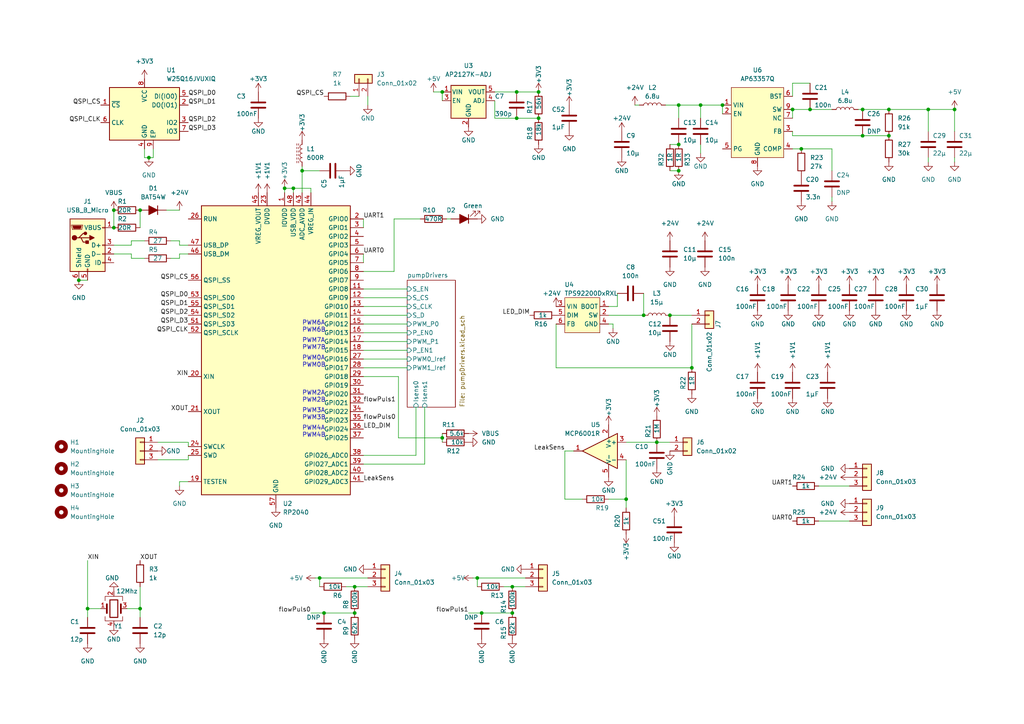
<source format=kicad_sch>
(kicad_sch (version 20211123) (generator eeschema)
  (paper "A4")
  (junction (at 194.31 91.44))
  (junction (at 200.66 106.68))
  (junction (at 93.98 177.8))
  (junction (at 234.95 31.75))
  (junction (at 203.2 30.48))
  (junction (at 196.85 41.91))
  (junction (at 209.55 30.48))
  (junction (at 229.87 31.75))
  (junction (at 196.85 49.53))
  (junction (at 250.19 31.75))
  (junction (at 190.5 128.27))
  (junction (at 156.21 26.67))
  (junction (at 148.59 170.18))
  (junction (at 276.86 31.75))
  (junction (at 40.64 60.96))
  (junction (at 40.64 176.53))
  (junction (at 138.43 167.64))
  (junction (at 22.86 81.28))
  (junction (at 33.02 66.04))
  (junction (at 181.61 144.78))
  (junction (at 156.21 34.29))
  (junction (at 82.55 54.61))
  (junction (at 87.63 49.53))
  (junction (at 196.85 30.48))
  (junction (at 148.59 177.8))
  (junction (at 257.81 31.75))
  (junction (at 33.02 60.96))
  (junction (at 269.24 31.75))
  (junction (at 43.18 45.72))
  (junction (at 102.87 170.18))
  (junction (at 232.41 43.18))
  (junction (at 85.09 54.61))
  (junction (at 128.27 26.67))
  (junction (at 257.81 39.37))
  (junction (at 128.27 127))
  (junction (at 25.4 176.53))
  (junction (at 250.19 39.37))
  (junction (at 149.86 34.29))
  (junction (at 186.69 91.44))
  (junction (at 102.87 177.8))
  (junction (at 92.71 167.64))
  (junction (at 149.86 26.67))
  (junction (at 139.7 177.8))
  (wire (pts (xy 248.92 31.75) (xy 250.19 31.75)))
  (wire (pts (xy 232.41 43.18) (xy 229.87 43.18)))
  (wire (pts (xy 177.8 95.25) (xy 177.8 93.98)))
  (wire (pts (xy 41.91 69.85) (xy 38.1 69.85)))
  (wire (pts (xy 203.2 30.48) (xy 209.55 30.48)))
  (wire (pts (xy 87.63 49.53) (xy 92.71 49.53)))
  (wire (pts (xy 186.69 85.09) (xy 186.69 91.44)))
  (wire (pts (xy 138.43 167.64) (xy 152.4 167.64)))
  (wire (pts (xy 105.41 104.14) (xy 118.11 104.14)))
  (wire (pts (xy 276.86 38.1) (xy 276.86 31.75)))
  (wire (pts (xy 48.26 60.96) (xy 52.07 60.96)))
  (wire (pts (xy 106.68 27.94) (xy 106.68 30.48)))
  (wire (pts (xy 128.27 26.67) (xy 128.27 29.21)))
  (wire (pts (xy 179.07 85.09) (xy 179.07 88.9)))
  (wire (pts (xy 105.41 106.68) (xy 118.11 106.68)))
  (wire (pts (xy 176.53 91.44) (xy 186.69 91.44)))
  (wire (pts (xy 276.86 46.99) (xy 276.86 45.72)))
  (wire (pts (xy 105.41 86.36) (xy 118.11 86.36)))
  (wire (pts (xy 139.7 177.8) (xy 148.59 177.8)))
  (wire (pts (xy 203.2 34.29) (xy 203.2 30.48)))
  (wire (pts (xy 100.33 170.18) (xy 102.87 170.18)))
  (wire (pts (xy 161.29 106.68) (xy 200.66 106.68)))
  (wire (pts (xy 105.41 63.5) (xy 105.41 66.04)))
  (wire (pts (xy 54.61 71.12) (xy 52.07 71.12)))
  (wire (pts (xy 105.41 99.06) (xy 118.11 99.06)))
  (wire (pts (xy 203.2 44.45) (xy 203.2 41.91)))
  (wire (pts (xy 177.8 93.98) (xy 176.53 93.98)))
  (wire (pts (xy 49.53 74.93) (xy 52.07 74.93)))
  (wire (pts (xy 115.57 109.22) (xy 115.57 127)))
  (wire (pts (xy 209.55 30.48) (xy 209.55 33.02)))
  (wire (pts (xy 137.16 167.64) (xy 138.43 167.64)))
  (wire (pts (xy 38.1 74.93) (xy 41.91 74.93)))
  (wire (pts (xy 105.41 109.22) (xy 115.57 109.22)))
  (wire (pts (xy 85.09 54.61) (xy 85.09 55.88)))
  (wire (pts (xy 123.19 134.62) (xy 123.19 118.11)))
  (wire (pts (xy 105.41 134.62) (xy 123.19 134.62)))
  (wire (pts (xy 120.65 132.08) (xy 120.65 118.11)))
  (wire (pts (xy 25.4 179.07) (xy 25.4 176.53)))
  (wire (pts (xy 22.86 81.28) (xy 25.4 81.28)))
  (wire (pts (xy 196.85 34.29) (xy 196.85 30.48)))
  (wire (pts (xy 269.24 46.99) (xy 269.24 45.72)))
  (wire (pts (xy 52.07 73.66) (xy 54.61 73.66)))
  (wire (pts (xy 190.5 128.27) (xy 194.31 128.27)))
  (wire (pts (xy 138.43 167.64) (xy 138.43 170.18)))
  (wire (pts (xy 229.87 27.94) (xy 229.87 24.13)))
  (wire (pts (xy 93.98 177.8) (xy 102.87 177.8)))
  (wire (pts (xy 92.71 167.64) (xy 106.68 167.64)))
  (wire (pts (xy 105.41 96.52) (xy 118.11 96.52)))
  (wire (pts (xy 250.19 31.75) (xy 257.81 31.75)))
  (wire (pts (xy 194.31 41.91) (xy 196.85 41.91)))
  (wire (pts (xy 193.04 30.48) (xy 196.85 30.48)))
  (wire (pts (xy 105.41 73.66) (xy 105.41 76.2)))
  (wire (pts (xy 143.51 29.21) (xy 143.51 34.29)))
  (wire (pts (xy 149.86 34.29) (xy 156.21 34.29)))
  (wire (pts (xy 128.27 125.73) (xy 128.27 127)))
  (wire (pts (xy 102.87 170.18) (xy 106.68 170.18)))
  (wire (pts (xy 40.64 60.96) (xy 40.64 66.04)))
  (wire (pts (xy 184.15 30.48) (xy 185.42 30.48)))
  (wire (pts (xy 129.54 63.5) (xy 130.81 63.5)))
  (wire (pts (xy 87.63 49.53) (xy 87.63 55.88)))
  (wire (pts (xy 135.89 177.8) (xy 139.7 177.8)))
  (wire (pts (xy 54.61 129.54) (xy 54.61 128.27)))
  (wire (pts (xy 115.57 127) (xy 128.27 127)))
  (wire (pts (xy 143.51 26.67) (xy 149.86 26.67)))
  (wire (pts (xy 38.1 69.85) (xy 38.1 71.12)))
  (wire (pts (xy 40.64 176.53) (xy 40.64 179.07)))
  (wire (pts (xy 52.07 140.97) (xy 52.07 139.7)))
  (wire (pts (xy 229.87 39.37) (xy 250.19 39.37)))
  (wire (pts (xy 90.17 54.61) (xy 90.17 55.88)))
  (wire (pts (xy 276.86 31.75) (xy 269.24 31.75)))
  (wire (pts (xy 85.09 54.61) (xy 90.17 54.61)))
  (wire (pts (xy 52.07 74.93) (xy 52.07 73.66)))
  (wire (pts (xy 125.73 26.67) (xy 128.27 26.67)))
  (wire (pts (xy 146.05 170.18) (xy 148.59 170.18)))
  (wire (pts (xy 90.17 177.8) (xy 93.98 177.8)))
  (wire (pts (xy 229.87 24.13) (xy 234.95 24.13)))
  (wire (pts (xy 87.63 48.26) (xy 87.63 49.53)))
  (wire (pts (xy 163.83 130.81) (xy 166.37 130.81)))
  (wire (pts (xy 181.61 144.78) (xy 181.61 147.32)))
  (wire (pts (xy 41.91 45.72) (xy 43.18 45.72)))
  (wire (pts (xy 105.41 83.82) (xy 118.11 83.82)))
  (wire (pts (xy 105.41 88.9) (xy 118.11 88.9)))
  (wire (pts (xy 148.59 170.18) (xy 152.4 170.18)))
  (wire (pts (xy 82.55 54.61) (xy 82.55 55.88)))
  (wire (pts (xy 41.91 43.18) (xy 41.91 45.72)))
  (wire (pts (xy 45.72 133.35) (xy 54.61 133.35)))
  (wire (pts (xy 82.55 54.61) (xy 85.09 54.61)))
  (wire (pts (xy 105.41 101.6) (xy 118.11 101.6)))
  (wire (pts (xy 241.3 58.42) (xy 241.3 57.15)))
  (wire (pts (xy 52.07 69.85) (xy 49.53 69.85)))
  (wire (pts (xy 114.3 63.5) (xy 121.92 63.5)))
  (wire (pts (xy 269.24 31.75) (xy 269.24 38.1)))
  (wire (pts (xy 149.86 26.67) (xy 156.21 26.67)))
  (wire (pts (xy 44.45 45.72) (xy 44.45 43.18)))
  (wire (pts (xy 200.66 93.98) (xy 200.66 106.68)))
  (wire (pts (xy 229.87 38.1) (xy 229.87 39.37)))
  (wire (pts (xy 54.61 133.35) (xy 54.61 132.08)))
  (wire (pts (xy 33.02 66.04) (xy 33.02 60.96)))
  (wire (pts (xy 179.07 88.9) (xy 176.53 88.9)))
  (wire (pts (xy 52.07 71.12) (xy 52.07 69.85)))
  (wire (pts (xy 40.64 170.18) (xy 40.64 176.53)))
  (wire (pts (xy 194.31 91.44) (xy 200.66 91.44)))
  (wire (pts (xy 36.83 176.53) (xy 40.64 176.53)))
  (wire (pts (xy 91.44 167.64) (xy 92.71 167.64)))
  (wire (pts (xy 196.85 30.48) (xy 203.2 30.48)))
  (wire (pts (xy 241.3 43.18) (xy 232.41 43.18)))
  (wire (pts (xy 25.4 176.53) (xy 29.21 176.53)))
  (wire (pts (xy 168.91 144.78) (xy 163.83 144.78)))
  (wire (pts (xy 181.61 133.35) (xy 181.61 144.78)))
  (wire (pts (xy 92.71 167.64) (xy 92.71 170.18)))
  (wire (pts (xy 241.3 49.53) (xy 241.3 43.18)))
  (wire (pts (xy 194.31 49.53) (xy 196.85 49.53)))
  (wire (pts (xy 176.53 144.78) (xy 181.61 144.78)))
  (wire (pts (xy 234.95 31.75) (xy 241.3 31.75)))
  (wire (pts (xy 105.41 91.44) (xy 118.11 91.44)))
  (wire (pts (xy 250.19 39.37) (xy 257.81 39.37)))
  (wire (pts (xy 105.41 132.08) (xy 120.65 132.08)))
  (wire (pts (xy 229.87 34.29) (xy 229.87 31.75)))
  (wire (pts (xy 143.51 34.29) (xy 149.86 34.29)))
  (wire (pts (xy 181.61 128.27) (xy 190.5 128.27)))
  (wire (pts (xy 128.27 127) (xy 128.27 128.27)))
  (wire (pts (xy 229.87 31.75) (xy 234.95 31.75)))
  (wire (pts (xy 38.1 73.66) (xy 38.1 74.93)))
  (wire (pts (xy 257.81 31.75) (xy 269.24 31.75)))
  (wire (pts (xy 54.61 128.27) (xy 45.72 128.27)))
  (wire (pts (xy 105.41 78.74) (xy 114.3 78.74)))
  (wire (pts (xy 52.07 139.7) (xy 54.61 139.7)))
  (wire (pts (xy 33.02 73.66) (xy 38.1 73.66)))
  (wire (pts (xy 114.3 63.5) (xy 114.3 78.74)))
  (wire (pts (xy 38.1 71.12) (xy 33.02 71.12)))
  (wire (pts (xy 43.18 45.72) (xy 44.45 45.72)))
  (wire (pts (xy 163.83 144.78) (xy 163.83 130.81)))
  (wire (pts (xy 101.6 27.94) (xy 104.14 27.94)))
  (wire (pts (xy 105.41 93.98) (xy 118.11 93.98)))
  (wire (pts (xy 237.49 151.13) (xy 246.38 151.13)))
  (wire (pts (xy 161.29 93.98) (xy 161.29 106.68)))
  (wire (pts (xy 237.49 140.97) (xy 246.38 140.97)))
  (wire (pts (xy 25.4 162.56) (xy 25.4 176.53)))
  (text "PWM3A\nPWM3B" (at 87.63 121.92 0) (effects (font (size 1.27 1.27)) (justify left bottom)))
  (text "PWM6A\nPWM6B" (at 87.63 96.52 0) (effects (font (size 1.27 1.27)) (justify left bottom)))
  (text "PWM7A\nPWM7B" (at 87.63 101.6 0) (effects (font (size 1.27 1.27)) (justify left bottom)))
  (text "PWM0A\nPWM0B" (at 87.63 106.68 0) (effects (font (size 1.27 1.27)) (justify left bottom)))
  (text "PWM4A\nPWM4B" (at 87.63 127 0) (effects (font (size 1.27 1.27)) (justify left bottom)))
  (text "PWM2A\nPWM2B" (at 87.63 116.84 0) (effects (font (size 1.27 1.27)) (justify left bottom)))
  (label "flowPuls1" (at 105.41 116.84 0))
  (label "QSPI_CS" (at 54.61 81.28 180))
  (label "XOUT" (at 54.61 119.38 180))
  (label "UART1" (at 105.41 63.5 0))
  (label "flowPuls0" (at 90.17 177.8 180))
  (label "XIN" (at 54.61 109.22 180))
  (label "UART1" (at 229.87 140.97 180))
  (label "QSPI_CS" (at 93.98 27.94 180))
  (label "flowPuls1" (at 135.89 177.8 180))
  (label "QSPI_D2" (at 54.61 91.44 180))
  (label "QSPI_D1" (at 54.61 88.9 180))
  (label "QSPI_CS" (at 29.21 30.48 180))
  (label "LED_DIM" (at 105.41 124.46 0))
  (label "QSPI_D0" (at 54.61 86.36 180))
  (label "QSPI_D3" (at 54.61 38.1 0))
  (label "QSPI_D2" (at 54.61 35.56 0))
  (label "QSPI_D1" (at 54.61 30.48 0))
  (label "QSPI_CLK" (at 54.61 96.52 180))
  (label "UART0" (at 229.87 151.13 180))
  (label "LeakSens" (at 105.41 139.7 0))
  (label "QSPI_D3" (at 54.61 93.98 180))
  (label "QSPI_CLK" (at 29.21 35.56 180))
  (label "LED_DIM" (at 153.67 91.44 180))
  (label "QSPI_D0" (at 54.61 27.94 0))
  (label "XOUT" (at 40.64 162.56 0))
  (label "XIN" (at 25.4 162.56 0))
  (label "UART0" (at 105.41 73.66 0))
  (label "flowPuls0" (at 105.41 121.92 0))
  (label "LeakSens" (at 163.83 130.81 180))
  (symbol (lib_id "Connector_Generic:Conn_01x02") (at 205.74 91.44 0) (unit 1)
    (property "Reference" "J7" (at 208.28 95.25 90) (effects (justify left)))
    (property "Value" "Conn_01x02" (at 205.74 107.95 90) (effects (justify left)))
    (property "Footprint" "Connector_JST:JST_EH_B2B-EH-A_1x02_P2.50mm_Vertical" (effects hide))
  )
  (symbol (lib_id "power:GND") (at 194.31 130.81 0) (unit 1)
    (property "Reference" "#PWR0109" (effects hide))
    (property "Value" "GND" (at 194.31 135.89 90))
  )
  (symbol (lib_id "Device:L") (at 245.11 31.75 90) (unit 1)
    (property "Reference" "L4" (at 245.11 26.67 90))
    (property "Value" "6.8u" (at 245.11 29.21 90))
    (property "Footprint" "Inductor_SMD:L_Taiyo-Yuden_NR-30xx" (effects hide))
    (property "HTN" "NR3015T6R8M" (effects hide))
  )
  (symbol (lib_id "power:GND") (at 93.98 185.42 0) (unit 1)
    (property "Reference" "#PWR0173" (effects hide))
    (property "Value" "GND" (at 93.98 190.5 90))
  )
  (symbol (lib_id "power:GND") (at 102.87 185.42 0) (unit 1)
    (property "Reference" "#PWR0179" (effects hide))
    (property "Value" "GND" (at 102.87 190.5 90))
  )
  (symbol (lib_id "power:GND") (at 257.81 46.99 0) (unit 1)
    (property "Reference" "#PWR0102" (effects hide))
    (property "Value" "GND" (at 257.81 52.07 0))
  )
  (symbol (lib_id "Device:C") (at 194.31 95.25 180) (unit 1)
    (property "Reference" "C12" (at 187.96 93.98 0) (effects (justify right)))
    (property "Value" "10µ" (at 187.96 96.52 0) (effects (justify right)))
    (property "Footprint" "Capacitor_SMD:C_1210_3225Metric" (effects hide))
    (property "Voltage" "50V" (effects hide))
  )
  (symbol (lib_id "power:+3V3") (at 156.21 26.67 0) (unit 1)
    (property "Reference" "#PWR0121" (effects hide))
    (property "Value" "+3V3" (at 156.21 21.59 90))
  )
  (symbol (lib_id "Connector_Generic:Conn_01x03") (at 251.46 138.43 0) (unit 1)
    (property "Reference" "J8" (at 254 137.1599 0) (effects (justify left)))
    (property "Value" "Conn_01x03" (at 254 139.6999 0) (effects (justify left)))
    (property "Footprint" "Connector_Molex:Molex_KK-254_AE-6410-03A_1x03_P2.54mm_Vertical" (effects hide))
  )
  (symbol (lib_id "power:GND") (at 177.8 95.25 0) (unit 1)
    (property "Reference" "#PWR0113" (effects hide))
    (property "Value" "GND" (at 177.8 99.06 0))
  )
  (symbol (lib_id "power:GND") (at 241.3 58.42 0) (unit 1)
    (property "Reference" "#PWR0154" (effects hide))
    (property "Value" "GND" (at 241.3 63.5 0))
  )
  (symbol (lib_id "power:+3V3") (at 176.53 123.19 0) (unit 1)
    (property "Reference" "#PWR0110" (effects hide))
    (property "Value" "+3V3" (at 176.53 118.11 90))
  )
  (symbol (lib_id "Device:Crystal_GND24") (at 33.02 176.53 0) (unit 1)
    (property "Reference" "Y1" (at 34.29 181.61 0))
    (property "Value" "12Mhz" (at 36.83 171.45 0))
    (property "Footprint" "Crystal:Crystal_SMD_2520-4Pin_2.5x2.0mm" (effects hide))
    (property "HTN" "ECS-120-12-36-AGN-TR3" (effects hide))
  )
  (symbol (lib_id "Device:C") (at 232.41 54.61 180) (unit 1)
    (property "Reference" "C20" (at 233.68 52.07 0) (effects (justify right)))
    (property "Value" "3.3n" (at 233.68 57.15 0) (effects (justify right)))
    (property "Footprint" "Capacitor_SMD:C_0603_1608Metric" (effects hide))
  )
  (symbol (lib_id "Device:R") (at 148.59 173.99 0) (unit 1)
    (property "Reference" "R14" (at 146.05 173.99 90) (effects (justify right)))
    (property "Value" "100k" (at 148.59 171.45 90) (effects (justify right)))
    (property "Footprint" "Resistor_SMD:R_0603_1608Metric" (effects hide))
  )
  (symbol (lib_id "power:GND") (at 194.31 99.06 0) (unit 1)
    (property "Reference" "#PWR0118" (effects hide))
    (property "Value" "GND" (at 194.31 102.87 0))
  )
  (symbol (lib_id "Device:C") (at 237.49 86.36 0) (unit 1)
    (property "Reference" "C22" (at 231.14 83.82 0) (effects (justify left)))
    (property "Value" "100nF" (at 231.14 88.9 0) (effects (justify left)))
    (property "Footprint" "Capacitor_SMD:C_0603_1608Metric" (effects hide))
  )
  (symbol (lib_id "power:+1V1") (at 77.47 55.88 0) (unit 1)
    (property "Reference" "#PWR0159" (effects hide))
    (property "Value" "+1V1" (at 77.47 49.53 90))
  )
  (symbol (lib_id "Connector_Generic:Conn_01x03") (at 251.46 148.59 0) (unit 1)
    (property "Reference" "J9" (at 254 147.3199 0) (effects (justify left)))
    (property "Value" "Conn_01x03" (at 254 149.8599 0) (effects (justify left)))
    (property "Footprint" "Connector_Molex:Molex_KK-254_AE-6410-03A_1x03_P2.54mm_Vertical" (effects hide))
  )
  (symbol (lib_id "power:GND") (at 246.38 90.17 0) (unit 1)
    (property "Reference" "#PWR0137" (effects hide))
    (property "Value" "GND" (at 246.38 93.98 0))
  )
  (symbol (lib_id "Device:R") (at 172.72 144.78 90) (unit 1)
    (property "Reference" "R19" (at 172.72 147.32 90) (effects (justify right)))
    (property "Value" "10k" (at 171.45 144.78 90) (effects (justify right)))
    (property "Footprint" "Resistor_SMD:R_0603_1608Metric" (effects hide))
  )
  (symbol (lib_id "power:+3V3") (at 228.6 82.55 0) (unit 1)
    (property "Reference" "#PWR0143" (effects hide))
    (property "Value" "+3V3" (at 228.6 78.74 0))
  )
  (symbol (lib_id "Device:D_Filled") (at 44.45 60.96 180) (unit 1)
    (property "Reference" "D1" (at 44.45 54.61 0))
    (property "Value" "BAT54W" (at 44.45 57.15 0))
    (property "Footprint" "Diode_SMD:D_SOD-323" (effects hide))
  )
  (symbol (lib_id "Device:R") (at 45.72 74.93 90) (unit 1)
    (property "Reference" "R5" (at 44.45 72.39 90))
    (property "Value" "27" (at 45.72 74.93 90))
    (property "Footprint" "Resistor_SMD:R_0603_1608Metric" (effects hide))
  )
  (symbol (lib_id "power:GND") (at 152.4 165.1 270) (unit 1)
    (property "Reference" "#PWR0105" (effects hide))
    (property "Value" "GND" (at 147.32 165.1 90))
  )
  (symbol (lib_id "power:GND") (at 40.64 186.69 0) (unit 1)
    (property "Reference" "#PWR0172" (effects hide))
    (property "Value" "GND" (at 40.64 191.77 0))
  )
  (symbol (lib_id "power:+1V1") (at 240.03 107.95 0) (unit 1)
    (property "Reference" "#PWR0147" (effects hide))
    (property "Value" "+1V1" (at 240.03 101.6 90))
  )
  (symbol (lib_id "Device:R") (at 102.87 173.99 0) (unit 1)
    (property "Reference" "R8" (at 100.33 173.99 90) (effects (justify right)))
    (property "Value" "100k" (at 102.87 171.45 90) (effects (justify right)))
    (property "Footprint" "Resistor_SMD:R_0603_1608Metric" (effects hide))
  )
  (symbol (lib_id "Device:R") (at 156.21 38.1 180) (unit 1)
    (property "Reference" "R18" (at 153.67 40.64 90) (effects (justify right)))
    (property "Value" "18k" (at 156.21 39.37 90) (effects (justify right)))
    (property "Footprint" "Resistor_SMD:R_0603_1608Metric" (effects hide))
  )
  (symbol (lib_id "Device:C") (at 25.4 182.88 0) (unit 1)
    (property "Reference" "C1" (at 20.32 180.34 0) (effects (justify left)))
    (property "Value" "12p" (at 20.32 185.42 0) (effects (justify left)))
    (property "Footprint" "Capacitor_SMD:C_0603_1608Metric" (effects hide))
  )
  (symbol (lib_id "power:GND") (at 25.4 186.69 0) (unit 1)
    (property "Reference" "#PWR0171" (effects hide))
    (property "Value" "GND" (at 25.4 191.77 0))
  )
  (symbol (lib_id "power:GND") (at 156.21 41.91 0) (unit 1)
    (property "Reference" "#PWR0125" (effects hide))
    (property "Value" "GND" (at 156.21 45.72 0))
  )
  (symbol (lib_id "Mechanical:MountingHole") (at 17.78 148.59 0) (unit 1)
    (property "Reference" "H4" (at 20.32 147.3199 0) (effects (justify left)))
    (property "Value" "MountingHole" (at 20.32 149.8599 0) (effects (justify left)))
    (property "Footprint" "MountingHole:MountingHole_3.2mm_M3_DIN965" (effects hide))
  )
  (symbol (lib_id "Device:R") (at 232.41 46.99 0) (unit 1)
    (property "Reference" "R23" (at 234.95 45.7199 0) (effects (justify left)))
    (property "Value" "27k" (at 234.95 48.2599 0) (effects (justify left)))
    (property "Footprint" "Resistor_SMD:R_0603_1608Metric" (effects hide))
  )
  (symbol (lib_id "power:GND") (at 176.53 138.43 0) (unit 1)
    (property "Reference" "#PWR0107" (effects hide))
    (property "Value" "GND" (at 176.53 142.24 0))
  )
  (symbol (lib_id "Device:LED_Filled") (at 134.62 63.5 180) (unit 1)
    (property "Reference" "D2" (at 130.81 60.96 0))
    (property "Value" "Green" (at 137.16 59.69 0))
    (property "Footprint" "LED_SMD:LED_0603_1608Metric" (effects hide))
  )
  (symbol (lib_id "power:GND") (at 22.86 81.28 0) (unit 1)
    (property "Reference" "#PWR0185" (effects hide))
    (property "Value" "GND" (at 22.86 86.36 0))
  )
  (symbol (lib_id "power:VBUS") (at 135.89 125.73 270) (unit 1)
    (property "Reference" "#PWR0177" (effects hide))
    (property "Value" "VBUS" (at 139.7 125.7299 90) (effects (justify left)))
  )
  (symbol (lib_id "Device:C") (at 229.87 111.76 0) (unit 1)
    (property "Reference" "C19" (at 223.52 109.22 0) (effects (justify left)))
    (property "Value" "100nF" (at 223.52 114.3 0) (effects (justify left)))
    (property "Footprint" "Capacitor_SMD:C_0603_1608Metric" (effects hide))
  )
  (symbol (lib_id "Device:R") (at 157.48 91.44 90) (unit 1)
    (property "Reference" "R16" (at 154.94 93.98 90) (effects (justify right)))
    (property "Value" "1k" (at 156.21 91.44 90) (effects (justify right)))
    (property "Footprint" "Resistor_SMD:R_0603_1608Metric" (effects hide))
  )
  (symbol (lib_id "power:GND") (at 43.18 45.72 0) (unit 1)
    (property "Reference" "#PWR0165" (effects hide))
    (property "Value" "GND" (at 43.18 50.8 0))
  )
  (symbol (lib_id "Device:C") (at 93.98 181.61 0) (unit 1)
    (property "Reference" "C4" (at 97.79 180.3399 0) (effects (justify left)))
    (property "Value" "DNP" (at 88.9 179.07 0) (effects (justify left)))
    (property "Footprint" "Capacitor_SMD:C_0603_1608Metric" (effects hide))
  )
  (symbol (lib_id "power:+3V3") (at 271.78 82.55 0) (unit 1)
    (property "Reference" "#PWR0130" (effects hide))
    (property "Value" "+3V3" (at 271.78 78.74 0))
  )
  (symbol (lib_id "power:GND") (at 229.87 115.57 0) (unit 1)
    (property "Reference" "#PWR0146" (effects hide))
    (property "Value" "GND" (at 229.87 119.38 0))
  )
  (symbol (lib_id "Device:R") (at 148.59 181.61 0) (unit 1)
    (property "Reference" "R15" (at 146.05 181.61 90) (effects (justify right)))
    (property "Value" "62k" (at 148.59 180.34 90) (effects (justify right)))
    (property "Footprint" "Resistor_SMD:R_0603_1608Metric" (effects hide))
  )
  (symbol (lib_id "power:GND") (at 106.68 30.48 0) (unit 1)
    (property "Reference" "#PWR0176" (effects hide))
    (property "Value" "GND" (at 106.68 34.29 0))
  )
  (symbol (lib_id "power:+3V3") (at 41.91 22.86 0) (unit 1)
    (property "Reference" "#PWR0157" (effects hide))
    (property "Value" "+3V3" (at 41.91 17.78 0))
  )
  (symbol (lib_id "power:GND") (at 100.33 49.53 90) (unit 1)
    (property "Reference" "#PWR0174" (effects hide))
    (property "Value" "GND" (at 104.14 49.53 0))
  )
  (symbol (lib_id "power:+24V") (at 180.34 38.1 0) (unit 1)
    (property "Reference" "#PWR0123" (effects hide))
    (property "Value" "+24V" (at 180.34 34.29 0))
  )
  (symbol (lib_id "Bergi:TPS92200DxRXL") (at 168.91 91.44 0) (unit 1)
    (property "Reference" "U4" (at 165.1 82.55 0))
    (property "Value" "TPS92200DxRXL" (at 171.45 85.09 0))
    (property "Footprint" "Bergi:VQFN-HR" (effects hide))
  )
  (symbol (lib_id "Connector_Generic:Conn_01x02") (at 199.39 128.27 0) (unit 1)
    (property "Reference" "J6" (at 201.93 128.2699 0) (effects (justify left)))
    (property "Value" "Conn_01x02" (at 201.93 130.8099 0) (effects (justify left)))
    (property "Footprint" "Connector_JST:JST_EH_B2B-EH-A_1x02_P2.50mm_Vertical" (effects hide))
  )
  (symbol (lib_id "power:+24V") (at 246.38 148.59 90) (unit 1)
    (property "Reference" "#PWR0152" (effects hide))
    (property "Value" "+24V" (at 237.49 148.59 90) (effects (justify right)))
  )
  (symbol (lib_id "power:GND") (at 190.5 135.89 0) (unit 1)
    (property "Reference" "#PWR0108" (effects hide))
    (property "Value" "GND" (at 190.5 139.7 0))
  )
  (symbol (lib_id "power:+3V3") (at 237.49 82.55 0) (unit 1)
    (property "Reference" "#PWR0145" (effects hide))
    (property "Value" "+3V3" (at 237.49 78.74 0))
  )
  (symbol (lib_id "power:+5V") (at 125.73 26.67 0) (unit 1)
    (property "Reference" "#PWR0122" (effects hide))
    (property "Value" "+5V" (at 125.73 22.86 0))
  )
  (symbol (lib_id "Device:R") (at 36.83 60.96 270) (unit 1)
    (property "Reference" "R1" (at 36.83 58.42 90) (effects (justify right)))
    (property "Value" "20R" (at 38.1 60.96 90) (effects (justify right)))
    (property "Footprint" "Resistor_SMD:R_0603_1608Metric" (effects hide))
  )
  (symbol (lib_id "Device:C") (at 219.71 86.36 0) (unit 1)
    (property "Reference" "C16" (at 213.36 83.82 0) (effects (justify left)))
    (property "Value" "100nF" (at 213.36 88.9 0) (effects (justify left)))
    (property "Footprint" "Capacitor_SMD:C_0603_1608Metric" (effects hide))
  )
  (symbol (lib_id "Device:R") (at 233.68 140.97 270) (unit 1)
    (property "Reference" "R24" (at 233.68 138.43 90) (effects (justify right)))
    (property "Value" "1k" (at 234.95 140.97 90) (effects (justify right)))
    (property "Footprint" "Resistor_SMD:R_0603_1608Metric" (effects hide))
  )
  (symbol (lib_id "MCU_RaspberryPi:RP2040") (at 80.01 101.6 0) (unit 1)
    (property "Reference" "U2" (at 82.0294 146.05 0) (effects (justify left)))
    (property "Value" "RP2040" (at 82.0294 148.59 0) (effects (justify left)))
    (property "Footprint" "Package_DFN_QFN:QFN-56-1EP_7x7mm_P0.4mm_EP3.2x3.2mm" (effects hide))
    (property "Datasheet" "https://datasheets.raspberrypi.com/rp2040/rp2040-datasheet.pdf" (effects hide))
  )
  (symbol (lib_id "Device:R") (at 142.24 170.18 90) (unit 1)
    (property "Reference" "R13" (at 142.24 172.72 90) (effects (justify right)))
    (property "Value" "10k" (at 140.97 170.18 90) (effects (justify right)))
    (property "Footprint" "Resistor_SMD:R_0603_1608Metric" (effects hide))
  )
  (symbol (lib_id "Device:C") (at 203.2 38.1 180) (unit 1)
    (property "Reference" "C14" (at 204.47 35.56 0) (effects (justify right)))
    (property "Value" "10µ" (at 204.47 40.64 0) (effects (justify right)))
    (property "Footprint" "Capacitor_SMD:C_1210_3225Metric" (effects hide))
  )
  (symbol (lib_id "power:+24V") (at 246.38 138.43 90) (unit 1)
    (property "Reference" "#PWR0150" (effects hide))
    (property "Value" "+24V" (at 237.49 138.43 90) (effects (justify right)))
  )
  (symbol (lib_id "power:GND") (at 80.01 147.32 0) (unit 1)
    (property "Reference" "#PWR0168" (effects hide))
    (property "Value" "GND" (at 80.01 152.4 0))
  )
  (symbol (lib_id "power:+3V3") (at 74.93 26.67 0) (unit 1)
    (property "Reference" "#PWR0162" (effects hide))
    (property "Value" "+3V3" (at 74.93 22.86 0))
  )
  (symbol (lib_id "Connector:USB_B_Micro") (at 25.4 71.12 0) (unit 1)
    (property "Reference" "J1" (at 25.4 58.42 0))
    (property "Value" "USB_B_Micro" (at 25.4 60.96 0))
    (property "Footprint" "Connector_USB:USB_Micro-B_GCT_USB3076-30-A" (effects hide))
    (property "HTN" "USB3076-30, USB3075-30" (effects hide))
  )
  (symbol (lib_id "power:GND") (at 33.02 181.61 0) (unit 1)
    (property "Reference" "#PWR0170" (effects hide))
    (property "Value" "GND" (at 33.02 185.42 0))
  )
  (symbol (lib_id "power:GND") (at 246.38 135.89 270) (unit 1)
    (property "Reference" "#PWR0151" (effects hide))
    (property "Value" "GND" (at 240.03 135.89 90))
  )
  (symbol (lib_id "Device:C") (at 250.19 35.56 180) (unit 1)
    (property "Reference" "C26" (at 251.46 33.02 0) (effects (justify right)))
    (property "Value" "DNP" (at 251.46 38.1 0) (effects (justify right)))
    (property "Footprint" "Capacitor_SMD:C_0603_1608Metric" (effects hide))
  )
  (symbol (lib_id "power:GND") (at 269.24 46.99 0) (unit 1)
    (property "Reference" "#PWR0104" (effects hide))
    (property "Value" "GND" (at 269.24 52.07 0))
  )
  (symbol (lib_id "power:VBUS") (at 33.02 60.96 0) (unit 1)
    (property "Reference" "#PWR0163" (effects hide))
    (property "Value" "VBUS" (at 33.02 55.88 0))
  )
  (symbol (lib_id "Device:R") (at 45.72 69.85 90) (unit 1)
    (property "Reference" "R4" (at 44.45 67.31 90))
    (property "Value" "27" (at 45.72 69.85 90))
    (property "Footprint" "Resistor_SMD:R_0603_1608Metric" (effects hide))
  )
  (symbol (lib_id "Device:C") (at 204.47 73.66 180) (unit 1)
    (property "Reference" "C15" (at 208.28 72.3899 0) (effects (justify right)))
    (property "Value" "100n" (at 208.28 74.9299 0) (effects (justify right)))
    (property "Footprint" "Capacitor_SMD:C_0603_1608Metric" (effects hide))
  )
  (symbol (lib_id "Device:L") (at 189.23 30.48 90) (unit 1)
    (property "Reference" "L2" (at 189.23 25.4 90))
    (property "Value" "6.8u" (at 189.23 27.94 90))
    (property "Footprint" "Inductor_SMD:L_Taiyo-Yuden_NR-30xx" (effects hide))
    (property "HTN" "NR3015T6R8M" (effects hide))
  )
  (symbol (lib_id "power:+24V") (at 52.07 60.96 0) (unit 1)
    (property "Reference" "#PWR0164" (effects hide))
    (property "Value" "+24V" (at 52.07 55.88 0))
  )
  (symbol (lib_id "Device:R") (at 96.52 170.18 90) (unit 1)
    (property "Reference" "R6" (at 96.52 172.72 90) (effects (justify right)))
    (property "Value" "10k" (at 95.25 170.18 90) (effects (justify right)))
    (property "Footprint" "Resistor_SMD:R_0603_1608Metric" (effects hide))
  )
  (symbol (lib_id "Mechanical:MountingHole") (at 17.78 142.24 0) (unit 1)
    (property "Reference" "H3" (at 20.32 140.9699 0) (effects (justify left)))
    (property "Value" "MountingHole" (at 20.32 143.5099 0) (effects (justify left)))
    (property "Footprint" "MountingHole:MountingHole_3.2mm_M3_DIN965" (effects hide))
  )
  (symbol (lib_id "Device:R") (at 200.66 110.49 0) (unit 1)
    (property "Reference" "R22" (at 198.12 113.03 90) (effects (justify left)))
    (property "Value" "1R" (at 200.66 111.76 90) (effects (justify left)))
    (property "Footprint" "Resistor_SMD:R_0603_1608Metric" (effects hide))
  )
  (symbol (lib_id "power:+3V3") (at 219.71 82.55 0) (unit 1)
    (property "Reference" "#PWR0142" (effects hide))
    (property "Value" "+3V3" (at 219.71 78.74 0))
  )
  (symbol (lib_id "power:GND") (at 276.86 46.99 0) (unit 1)
    (property "Reference" "#PWR0103" (effects hide))
    (property "Value" "GND" (at 276.86 52.07 0))
  )
  (symbol (lib_id "power:GND") (at 271.78 90.17 0) (unit 1)
    (property "Reference" "#PWR0131" (effects hide))
    (property "Value" "GND" (at 271.78 93.98 0))
  )
  (symbol (lib_id "power:+24V") (at 204.47 69.85 0) (unit 1)
    (property "Reference" "#PWR0116" (effects hide))
    (property "Value" "+24V" (at 204.47 64.77 0))
  )
  (symbol (lib_id "Device:R") (at 132.08 125.73 270) (unit 1)
    (property "Reference" "R11" (at 132.08 123.19 90) (effects (justify right)))
    (property "Value" "5.6k" (at 134.62 125.73 90) (effects (justify right)))
    (property "Footprint" "Resistor_SMD:R_0603_1608Metric" (effects hide))
  )
  (symbol (lib_id "Device:R") (at 181.61 151.13 180) (unit 1)
    (property "Reference" "R20" (at 179.07 151.13 90))
    (property "Value" "1k" (at 181.61 151.13 90))
    (property "Footprint" "Resistor_SMD:R_0603_1608Metric" (effects hide))
  )
  (symbol (lib_id "Device:R") (at 36.83 66.04 270) (unit 1)
    (property "Reference" "R2" (at 36.83 63.5 90) (effects (justify right)))
    (property "Value" "20R" (at 38.1 66.04 90) (effects (justify right)))
    (property "Footprint" "Resistor_SMD:R_0603_1608Metric" (effects hide))
  )
  (symbol (lib_id "Connector_Generic:Conn_01x03") (at 111.76 167.64 0) (unit 1)
    (property "Reference" "J4" (at 114.3 166.3699 0) (effects (justify left)))
    (property "Value" "Conn_01x03" (at 114.3 168.9099 0) (effects (justify left)))
    (property "Footprint" "Connector_JST:JST_EH_B3B-EH-A_1x03_P2.50mm_Vertical" (effects hide))
  )
  (symbol (lib_id "power:+1V1") (at 229.87 107.95 0) (unit 1)
    (property "Reference" "#PWR0149" (effects hide))
    (property "Value" "+1V1" (at 229.87 101.6 90))
  )
  (symbol (lib_id "Device:C") (at 276.86 41.91 180) (unit 1)
    (property "Reference" "C31" (at 278.13 39.37 0) (effects (justify right)))
    (property "Value" "22µ" (at 278.13 44.45 0) (effects (justify right)))
    (property "Footprint" "Capacitor_SMD:C_1206_3216Metric" (effects hide))
  )
  (symbol (lib_id "power:GND") (at 228.6 90.17 0) (unit 1)
    (property "Reference" "#PWR0140" (effects hide))
    (property "Value" "GND" (at 228.6 93.98 0))
  )
  (symbol (lib_id "power:+5V") (at 276.86 31.75 0) (unit 1)
    (property "Reference" "#PWR0101" (effects hide))
    (property "Value" "+5V" (at 276.86 26.67 0))
  )
  (symbol (lib_id "power:GND") (at 203.2 44.45 0) (unit 1)
    (property "Reference" "#PWR0128" (effects hide))
    (property "Value" "GND" (at 203.2 48.26 0))
  )
  (symbol (lib_id "power:GND") (at 74.93 34.29 0) (unit 1)
    (property "Reference" "#PWR0161" (effects hide))
    (property "Value" "GND" (at 74.93 38.1 0))
  )
  (symbol (lib_id "Device:C") (at 219.71 111.76 0) (unit 1)
    (property "Reference" "C17" (at 213.36 109.22 0) (effects (justify left)))
    (property "Value" "100nF" (at 213.36 114.3 0) (effects (justify left)))
    (property "Footprint" "Capacitor_SMD:C_0603_1608Metric" (effects hide))
  )
  (symbol (lib_id "Device:C") (at 40.64 182.88 0) (unit 1)
    (property "Reference" "C2" (at 44.45 181.6099 0) (effects (justify left)))
    (property "Value" "12p" (at 44.45 184.1499 0) (effects (justify left)))
    (property "Footprint" "Capacitor_SMD:C_0603_1608Metric" (effects hide))
  )
  (symbol (lib_id "Device:C") (at 165.1 34.29 0) (unit 1)
    (property "Reference" "C52" (at 160.02 31.75 0) (effects (justify left)))
    (property "Value" "1µF" (at 160.02 36.83 0) (effects (justify left)))
    (property "Footprint" "Capacitor_SMD:C_0603_1608Metric" (effects hide))
  )
  (symbol (lib_id "power:+24V") (at 161.29 88.9 0) (unit 1)
    (property "Reference" "#PWR0120" (effects hide))
    (property "Value" "+24V" (at 160.02 85.09 0))
  )
  (symbol (lib_id "power:GND") (at 45.72 130.81 90) (unit 1)
    (property "Reference" "#PWR0184" (effects hide))
    (property "Value" "GND" (at 48.26 130.81 90) (effects (justify right)))
  )
  (symbol (lib_id "power:+3V3") (at 195.58 149.86 0) (unit 1)
    (property "Reference" "#PWR01" (effects hide))
    (property "Value" "+3V3" (at 195.58 146.05 0))
  )
  (symbol (lib_id "power:GND") (at 135.89 36.83 0) (unit 1)
    (property "Reference" "#PWR0126" (effects hide))
    (property "Value" "GND" (at 135.89 40.64 0))
  )
  (symbol (lib_id "Connector_Generic:Conn_01x03") (at 40.64 130.81 0) (mirror y) (unit 1)
    (property "Reference" "J2" (at 40.64 121.92 0))
    (property "Value" "Conn_01x03" (at 40.64 124.46 0))
    (property "Footprint" "Connector_PinHeader_2.54mm:PinHeader_1x03_P2.54mm_Vertical" (effects hide))
  )
  (symbol (lib_id "power:+1V1") (at 219.71 107.95 0) (unit 1)
    (property "Reference" "#PWR0134" (effects hide))
    (property "Value" "+1V1" (at 219.71 101.6 90))
  )
  (symbol (lib_id "power:GND") (at 262.89 90.17 0) (unit 1)
    (property "Reference" "#PWR0132" (effects hide))
    (property "Value" "GND" (at 262.89 93.98 0))
  )
  (symbol (lib_id "power:GND") (at 200.66 114.3 0) (unit 1)
    (property "Reference" "#PWR0112" (effects hide))
    (property "Value" "GND" (at 200.66 119.38 0))
  )
  (symbol (lib_id "Device:C") (at 190.5 132.08 0) (unit 1)
    (property "Reference" "C10" (at 184.15 129.54 0) (effects (justify left)))
    (property "Value" "100nF" (at 184.15 134.62 0) (effects (justify left)))
    (property "Footprint" "Capacitor_SMD:C_0603_1608Metric" (effects hide))
  )
  (symbol (lib_id "Device:R") (at 102.87 181.61 0) (unit 1)
    (property "Reference" "R9" (at 100.33 181.61 90) (effects (justify right)))
    (property "Value" "62k" (at 102.87 180.34 90) (effects (justify right)))
    (property "Footprint" "Resistor_SMD:R_0603_1608Metric" (effects hide))
  )
  (symbol (lib_id "Device:R") (at 40.64 166.37 0) (unit 1)
    (property "Reference" "R3" (at 43.18 165.0999 0) (effects (justify left)))
    (property "Value" "1k" (at 43.18 167.6399 0) (effects (justify left)))
    (property "Footprint" "Resistor_SMD:R_0603_1608Metric" (effects hide))
  )
  (symbol (lib_id "power:+1V1") (at 74.93 55.88 0) (unit 1)
    (property "Reference" "#PWR0158" (effects hide))
    (property "Value" "+1V1" (at 74.93 49.53 90))
  )
  (symbol (lib_id "Device:R") (at 156.21 30.48 180) (unit 1)
    (property "Reference" "R17" (at 153.67 33.02 90) (effects (justify right)))
    (property "Value" "56k" (at 156.21 31.75 90) (effects (justify right)))
    (property "Footprint" "Resistor_SMD:R_0603_1608Metric" (effects hide))
  )
  (symbol (lib_id "Device:C") (at 195.58 153.67 0) (unit 1)
    (property "Reference" "C51" (at 189.23 151.13 0) (effects (justify left)))
    (property "Value" "100nF" (at 189.23 156.21 0) (effects (justify left)))
    (property "Footprint" "Capacitor_SMD:C_0603_1608Metric" (effects hide))
  )
  (symbol (lib_id "power:GND") (at 148.59 185.42 0) (unit 1)
    (property "Reference" "#PWR0182" (effects hide))
    (property "Value" "GND" (at 148.59 190.5 90))
  )
  (symbol (lib_id "Device:C") (at 271.78 86.36 0) (unit 1)
    (property "Reference" "C30" (at 265.43 83.82 0) (effects (justify left)))
    (property "Value" "1µF" (at 265.43 88.9 0) (effects (justify left)))
    (property "Footprint" "Capacitor_SMD:C_0603_1608Metric" (effects hide))
  )
  (symbol (lib_id "Device:C") (at 74.93 30.48 0) (unit 1)
    (property "Reference" "C3" (at 68.58 27.94 0) (effects (justify left)))
    (property "Value" "100nF" (at 68.58 33.02 0) (effects (justify left)))
    (property "Footprint" "Capacitor_SMD:C_0603_1608Metric" (effects hide))
  )
  (symbol (lib_id "Regulator_Linear:AP2127K-ADJ") (at 135.89 29.21 0) (unit 1)
    (property "Reference" "U3" (at 135.89 19.05 0))
    (property "Value" "AP2127K-ADJ" (at 135.89 21.59 0))
    (property "Footprint" "Package_TO_SOT_SMD:SOT-23-5" (effects hide))
    (property "Datasheet" "https://www.diodes.com/assets/Datasheets/AP2127.pdf" (effects hide))
  )
  (symbol (lib_id "power:GND") (at 52.07 140.97 0) (unit 1)
    (property "Reference" "#PWR0167" (effects hide))
    (property "Value" "GND" (at 52.07 146.05 0))
  )
  (symbol (lib_id "Device:R") (at 233.68 151.13 270) (unit 1)
    (property "Reference" "R25" (at 233.68 148.59 90) (effects (justify right)))
    (property "Value" "1k" (at 234.95 151.13 90) (effects (justify right)))
    (property "Footprint" "Resistor_SMD:R_0603_1608Metric" (effects hide))
  )
  (symbol (lib_id "power:GND") (at 138.43 63.5 90) (unit 1)
    (property "Reference" "#PWR0127" (effects hide))
    (property "Value" "GND" (at 142.24 63.4999 90) (effects (justify right)))
  )
  (symbol (lib_id "Device:C") (at 262.89 86.36 0) (unit 1)
    (property "Reference" "C28" (at 256.54 83.82 0) (effects (justify left)))
    (property "Value" "100nF" (at 256.54 88.9 0) (effects (justify left)))
    (property "Footprint" "Capacitor_SMD:C_0603_1608Metric" (effects hide))
  )
  (symbol (lib_id "Connector_Generic:Conn_01x02") (at 104.14 22.86 90) (unit 1)
    (property "Reference" "J3" (at 109.22 21.5899 90) (effects (justify right)))
    (property "Value" "Conn_01x02" (at 109.22 24.1299 90) (effects (justify right)))
    (property "Footprint" "Connector_PinSocket_2.54mm:PinSocket_1x02_P2.54mm_Vertical" (effects hide))
  )
  (symbol (lib_id "power:GND") (at 33.02 171.45 180) (unit 1)
    (property "Reference" "#PWR0166" (effects hide))
    (property "Value" "GND" (at 30.48 167.64 0) (effects (justify right)))
  )
  (symbol (lib_id "power:+24V") (at 194.31 69.85 0) (unit 1)
    (property "Reference" "#PWR0117" (effects hide))
    (property "Value" "+24V" (at 194.31 64.77 0))
  )
  (symbol (lib_id "power:GND") (at 254 90.17 0) (unit 1)
    (property "Reference" "#PWR0138" (effects hide))
    (property "Value" "GND" (at 254 93.98 0))
  )
  (symbol (lib_id "Device:L_Ferrite") (at 87.63 44.45 180) (unit 1)
    (property "Reference" "L1" (at 88.9 43.1799 0) (effects (justify right)))
    (property "Value" "600R" (at 88.9 45.7199 0) (effects (justify right)))
    (property "Footprint" "Inductor_SMD:L_0603_1608Metric" (effects hide))
  )
  (symbol (lib_id "Device:R") (at 125.73 63.5 90) (unit 1)
    (property "Reference" "R10" (at 124.46 60.96 90))
    (property "Value" "470R" (at 125.73 63.5 90))
    (property "Footprint" "Resistor_SMD:R_0603_1608Metric" (effects hide))
  )
  (symbol (lib_id "power:GND") (at 139.7 185.42 0) (unit 1)
    (property "Reference" "#PWR0181" (effects hide))
    (property "Value" "GND" (at 139.7 190.5 90))
  )
  (symbol (lib_id "power:+3V3") (at 82.55 54.61 0) (unit 1)
    (property "Reference" "#PWR0160" (effects hide))
    (property "Value" "+3V3" (at 82.55 49.53 90))
  )
  (symbol (lib_id "Device:C") (at 180.34 41.91 180) (unit 1)
    (property "Reference" "C9" (at 181.61 39.37 0) (effects (justify right)))
    (property "Value" "10µ" (at 181.61 44.45 0) (effects (justify right)))
    (property "Footprint" "Capacitor_SMD:C_1210_3225Metric" (effects hide))
  )
  (symbol (lib_id "power:+3V3") (at 87.63 40.64 0) (unit 1)
    (property "Reference" "#PWR0175" (effects hide))
    (property "Value" "+3V3" (at 87.63 35.56 90))
  )
  (symbol (lib_id "Device:C") (at 196.85 38.1 180) (unit 1)
    (property "Reference" "C13" (at 198.12 35.56 0) (effects (justify right)))
    (property "Value" "10µ" (at 198.12 40.64 0) (effects (justify right)))
    (property "Footprint" "Capacitor_SMD:C_1210_3225Metric" (effects hide))
  )
  (symbol (lib_id "Device:C") (at 254 86.36 0) (unit 1)
    (property "Reference" "C27" (at 247.65 83.82 0) (effects (justify left)))
    (property "Value" "100nF" (at 247.65 88.9 0) (effects (justify left)))
    (property "Footprint" "Capacitor_SMD:C_0603_1608Metric" (effects hide))
  )
  (symbol (lib_id "power:GND") (at 194.31 77.47 0) (unit 1)
    (property "Reference" "#PWR0115" (effects hide))
    (property "Value" "GND" (at 194.31 82.55 0))
  )
  (symbol (lib_id "power:GND") (at 106.68 165.1 270) (unit 1)
    (property "Reference" "#PWR0180" (effects hide))
    (property "Value" "GND" (at 101.6 165.1 90))
  )
  (symbol (lib_id "power:GND") (at 204.47 77.47 0) (unit 1)
    (property "Reference" "#PWR0114" (effects hide))
    (property "Value" "GND" (at 204.47 82.55 0))
  )
  (symbol (lib_id "power:+5V") (at 137.16 167.64 90) (unit 1)
    (property "Reference" "#PWR0183" (effects hide))
    (property "Value" "+5V" (at 130.81 167.64 90) (effects (justify right)))
  )
  (symbol (lib_id "Device:R") (at 190.5 124.46 180) (unit 1)
    (property "Reference" "R21" (at 187.96 127 90) (effects (justify right)))
    (property "Value" "1M" (at 190.5 125.73 90) (effects (justify right)))
    (property "Footprint" "Resistor_SMD:R_0603_1608Metric" (effects hide))
  )
  (symbol (lib_id "power:GND") (at 246.38 146.05 270) (unit 1)
    (property "Reference" "#PWR0153" (effects hide))
    (property "Value" "GND" (at 240.03 146.05 90))
  )
  (symbol (lib_id "Bergi:W25Q16JVUXIQ") (at 41.91 33.02 0) (unit 1)
    (property "Reference" "U1" (at 48.26 20.32 0) (effects (justify left)))
    (property "Value" "W25Q16JVUXIQ" (at 48.26 22.86 0) (effects (justify left)))
    (property "Footprint" "Bergi:DFN-8-1EP_3x2mm_P0.5mm_EP0.3x1.6mm" (effects hide))
    (property "Datasheet" "http://www.winbond.com/resource-files/w25q32jv%20revg%2003272018%20plus.pdf" (effects hide))
  )
  (symbol (lib_id "Device:C") (at 194.31 73.66 180) (unit 1)
    (property "Reference" "C11" (at 198.12 72.3899 0) (effects (justify right)))
    (property "Value" "10µ" (at 198.12 74.9299 0) (effects (justify right)))
    (property "Footprint" "Capacitor_SMD:C_1210_3225Metric" (effects hide))
    (property "Voltage" "50V" (effects hide))
  )
  (symbol (lib_id "power:GND") (at 165.1 38.1 0) (unit 1)
    (property "Reference" "#PWR04" (effects hide))
    (property "Value" "GND" (at 165.1 43.18 0))
  )
  (symbol (lib_id "power:+5V") (at 91.44 167.64 90) (unit 1)
    (property "Reference" "#PWR0169" (effects hide))
    (property "Value" "+5V" (at 83.82 167.64 90) (effects (justify right)))
  )
  (symbol (lib_id "Device:R") (at 97.79 27.94 90) (unit 1)
    (property "Reference" "R7" (at 97.79 21.59 90))
    (property "Value" "1k" (at 97.79 24.13 90))
    (property "Footprint" "Resistor_SMD:R_0603_1608Metric" (effects hide))
  )
  (symbol (lib_id "Device:R") (at 196.85 45.72 0) (unit 1)
    (property "Reference" "R33" (at 199.39 48.26 90) (effects (justify left)))
    (property "Value" "1R" (at 196.85 46.99 90) (effects (justify left)))
    (property "Footprint" "Resistor_SMD:R_0603_1608Metric" (effects hide))
  )
  (symbol (lib_id "Device:C") (at 234.95 27.94 180) (unit 1)
    (property "Reference" "C21" (at 236.22 25.4 0) (effects (justify right)))
    (property "Value" "100n" (at 236.22 30.48 0) (effects (justify right)))
    (property "Footprint" "Capacitor_SMD:C_0603_1608Metric" (effects hide))
  )
  (symbol (lib_id "power:GND") (at 180.34 45.72 0) (unit 1)
    (property "Reference" "#PWR0119" (effects hide))
    (property "Value" "GND" (at 180.34 49.53 0))
  )
  (symbol (lib_id "Amplifier_Operational:MCP6001R") (at 173.99 130.81 0) (mirror y) (unit 1)
    (property "Reference" "U5" (at 172.72 123.19 0))
    (property "Value" "MCP6001R" (at 168.91 125.73 0))
    (property "Footprint" "Package_TO_SOT_SMD:SOT-23-5" (effects hide))
    (property "Datasheet" "http://ww1.microchip.com/downloads/en/DeviceDoc/21733j.pdf" (effects hide))
  )
  (symbol (lib_id "power:GND") (at 240.03 115.57 0) (unit 1)
    (property "Reference" "#PWR0148" (effects hide))
    (property "Value" "GND" (at 240.03 119.38 0))
  )
  (symbol (lib_id "power:GND") (at 135.89 128.27 90) (unit 1)
    (property "Reference" "#PWR0178" (effects hide))
    (property "Value" "GND" (at 139.7 128.2699 90) (effects (justify right)))
  )
  (symbol (lib_id "Device:R") (at 194.31 45.72 0) (unit 1)
    (property "Reference" "R32" (at 191.77 48.26 90) (effects (justify left)))
    (property "Value" "1R" (at 194.31 46.99 90) (effects (justify left)))
    (property "Footprint" "Resistor_SMD:R_0603_1608Metric" (effects hide))
  )
  (symbol (lib_id "power:+3V3") (at 246.38 82.55 0) (unit 1)
    (property "Reference" "#PWR0136" (effects hide))
    (property "Value" "+3V3" (at 246.38 78.74 0))
  )
  (symbol (lib_id "Device:C") (at 96.52 49.53 90) (unit 1)
    (property "Reference" "C5" (at 93.98 54.61 0) (effects (justify left)))
    (property "Value" "1µF" (at 99.06 54.61 0) (effects (justify left)))
    (property "Footprint" "Capacitor_SMD:C_0603_1608Metric" (effects hide))
  )
  (symbol (lib_id "power:GND") (at 237.49 90.17 0) (unit 1)
    (property "Reference" "#PWR0144" (effects hide))
    (property "Value" "GND" (at 237.49 93.98 0))
  )
  (symbol (lib_id "Device:R") (at 132.08 128.27 90) (unit 1)
    (property "Reference" "R12" (at 129.54 130.81 90) (effects (justify right)))
    (property "Value" "10k" (at 130.81 128.27 90) (effects (justify right)))
    (property "Footprint" "Resistor_SMD:R_0603_1608Metric" (effects hide))
  )
  (symbol (lib_id "power:+3V3") (at 262.89 82.55 0) (unit 1)
    (property "Reference" "#PWR0133" (effects hide))
    (property "Value" "+3V3" (at 262.89 78.74 0))
  )
  (symbol (lib_id "Device:C") (at 149.86 30.48 0) (unit 1)
    (property "Reference" "C7" (at 143.51 27.94 0) (effects (justify left)))
    (property "Value" "390p" (at 143.51 33.02 0) (effects (justify left)))
    (property "Footprint" "Capacitor_SMD:C_0603_1608Metric" (effects hide))
  )
  (symbol (lib_id "Device:C") (at 139.7 181.61 0) (unit 1)
    (property "Reference" "C6" (at 143.51 180.3399 0) (effects (justify left)))
    (property "Value" "DNP" (at 134.62 179.07 0) (effects (justify left)))
    (property "Footprint" "Capacitor_SMD:C_0603_1608Metric" (effects hide))
  )
  (symbol (lib_id "power:GND") (at 219.71 90.17 0) (unit 1)
    (property "Reference" "#PWR0141" (effects hide))
    (property "Value" "GND" (at 219.71 93.98 0))
  )
  (symbol (lib_id "power:+3V3") (at 254 82.55 0) (unit 1)
    (property "Reference" "#PWR0139" (effects hide))
    (property "Value" "+3V3" (at 254 78.74 0))
  )
  (symbol (lib_id "Mechanical:MountingHole") (at 17.78 135.89 0) (unit 1)
    (property "Reference" "H2" (at 20.32 134.6199 0) (effects (justify left)))
    (property "Value" "MountingHole" (at 20.32 137.1599 0) (effects (justify left)))
    (property "Footprint" "MountingHole:MountingHole_3.2mm_M3_DIN965" (effects hide))
  )
  (symbol (lib_id "Device:C") (at 182.88 85.09 90) (unit 1)
    (property "Reference" "C8" (at 182.88 77.47 90))
    (property "Value" "100n" (at 182.88 80.01 90))
    (property "Footprint" "Capacitor_SMD:C_0603_1608Metric" (effects hide))
  )
  (symbol (lib_id "Device:L") (at 190.5 91.44 90) (unit 1)
    (property "Reference" "L3" (at 190.5 85.09 90))
    (property "Value" "15µ" (at 190.5 87.63 90))
    (property "Footprint" "Inductor_SMD:L_Taiyo-Yuden_NR-50xx" (effects hide))
    (property "HTN" "NRS5030T150M" (effects hide))
  )
  (symbol (lib_id "Device:C") (at 241.3 53.34 180) (unit 1)
    (property "Reference" "C24" (at 242.57 50.8 0) (effects (justify right)))
    (property "Value" "DNP" (at 242.57 55.88 0) (effects (justify right)))
    (property "Footprint" "Capacitor_SMD:C_0603_1608Metric" (effects hide))
  )
  (symbol (lib_id "power:GND") (at 219.71 48.26 0) (unit 1)
    (property "Reference" "#PWR0156" (effects hide))
    (property "Value" "GND" (at 219.71 53.34 0))
  )
  (symbol (lib_id "Device:C") (at 240.03 111.76 0) (unit 1)
    (property "Reference" "C23" (at 233.68 109.22 0) (effects (justify left)))
    (property "Value" "1µF" (at 233.68 114.3 0) (effects (justify left)))
    (property "Footprint" "Capacitor_SMD:C_0603_1608Metric" (effects hide))
  )
  (symbol (lib_id "power:+3V3") (at 165.1 30.48 0) (unit 1)
    (property "Reference" "#PWR03" (effects hide))
    (property "Value" "+3V3" (at 165.1 25.4 90))
  )
  (symbol (lib_id "Device:C") (at 269.24 41.91 180) (unit 1)
    (property "Reference" "C29" (at 270.51 39.37 0) (effects (justify right)))
    (property "Value" "22µ" (at 270.51 44.45 0) (effects (justify right)))
    (property "Footprint" "Capacitor_SMD:C_1206_3216Metric" (effects hide))
  )
  (symbol (lib_id "power:GND") (at 195.58 157.48 0) (unit 1)
    (property "Reference" "#PWR02" (effects hide))
    (property "Value" "GND" (at 195.58 161.29 0))
  )
  (symbol (lib_id "power:+24V") (at 184.15 30.48 0) (unit 1)
    (property "Reference" "#PWR0129" (effects hide))
    (property "Value" "+24V" (at 184.15 25.4 0))
  )
  (symbol (lib_id "Device:C") (at 246.38 86.36 0) (unit 1)
    (property "Reference" "C25" (at 240.03 83.82 0) (effects (justify left)))
    (property "Value" "100nF" (at 240.03 88.9 0) (effects (justify left)))
    (property "Footprint" "Capacitor_SMD:C_0603_1608Metric" (effects hide))
  )
  (symbol (lib_id "Device:C") (at 228.6 86.36 0) (unit 1)
    (property "Reference" "C18" (at 220.98 83.82 0) (effects (justify left)))
    (property "Value" "100nF" (at 222.25 88.9 0) (effects (justify left)))
    (property "Footprint" "Capacitor_SMD:C_0603_1608Metric" (effects hide))
  )
  (symbol (lib_id "power:GND") (at 232.41 58.42 0) (unit 1)
    (property "Reference" "#PWR0155" (effects hide))
    (property "Value" "GND" (at 232.41 63.5 0))
  )
  (symbol (lib_id "power:GND") (at 196.85 49.53 0) (unit 1)
    (property "Reference" "#PWR0124" (effects hide))
    (property "Value" "GND" (at 196.85 53.34 0))
  )
  (symbol (lib_id "Device:R") (at 257.81 35.56 0) (unit 1)
    (property "Reference" "R26" (at 260.35 34.2899 0) (effects (justify left)))
    (property "Value" "91k" (at 260.35 36.8299 0) (effects (justify left)))
    (property "Footprint" "Resistor_SMD:R_0603_1608Metric" (effects hide))
  )
  (symbol (lib_id "power:+3V3") (at 190.5 120.65 0) (unit 1)
    (property "Reference" "#PWR0111" (effects hide))
    (property "Value" "+3V3" (at 190.5 115.57 90))
  )
  (symbol (lib_id "Mechanical:MountingHole") (at 17.78 129.54 0) (unit 1)
    (property "Reference" "H1" (at 20.32 128.2699 0) (effects (justify left)))
    (property "Value" "MountingHole" (at 20.32 130.8099 0) (effects (justify left)))
    (property "Footprint" "MountingHole:MountingHole_3.2mm_M3_DIN965" (effects hide))
  )
  (symbol (lib_id "Device:R") (at 257.81 43.18 0) (unit 1)
    (property "Reference" "R27" (at 260.35 41.9099 0) (effects (justify left)))
    (property "Value" "30k" (at 260.35 44.4499 0) (effects (justify left)))
    (property "Footprint" "Resistor_SMD:R_0603_1608Metric" (effects hide))
  )
  (symbol (lib_id "power:+3V3") (at 181.61 154.94 180) (unit 1)
    (property "Reference" "#PWR0106" (effects hide))
    (property "Value" "+3V3" (at 181.61 160.02 90))
  )
  (symbol (lib_id "Connector_Generic:Conn_01x03") (at 157.48 167.64 0) (unit 1)
    (property "Reference" "J5" (at 160.02 166.3699 0) (effects (justify left)))
    (property "Value" "Conn_01x03" (at 160.02 168.9099 0) (effects (justify left)))
    (property "Footprint" "Connector_JST:JST_EH_B3B-EH-A_1x03_P2.50mm_Vertical" (effects hide))
  )
  (symbol (lib_id "Bergi:AP63357Q") (at 219.71 33.02 0) (unit 1)
    (property "Reference" "U6" (at 219.71 20.32 0))
    (property "Value" "AP63357Q" (at 219.71 22.86 0))
    (property "Footprint" "Bergi:V-DFN3020-13" (effects hide))
  )
  (symbol (lib_id "power:GND") (at 219.71 115.57 0) (unit 1)
    (property "Reference" "#PWR0135" (effects hide))
    (property "Value" "GND" (at 219.71 119.38 0))
  )
  (sheet (at 118.11 81.28) (size 13.97 36.83) (stroke (width 0.1524))
    (property "Sheet name" "pumpDrivers" (at 118.11 80.5684 0) (effects (justify left bottom)))
    (property "Sheet file" "pumpDrivers.kicad_sch" (at 133.35 118.11 90) (effects (justify left top)))
    (pin "PWM_P0" input (at 118.11 93.98 180))
    (pin "PWM_P1" input (at 118.11 99.06 180))
    (pin "PWM1_Iref" input (at 118.11 106.68 180))
    (pin "PWM0_Iref" input (at 118.11 104.14 180))
    (pin "Isens1" input (at 123.19 118.11 270))
    (pin "Isens0" input (at 120.65 118.11 270))
    (pin "S_CLK" input (at 118.11 88.9 180))
    (pin "S_CS" input (at 118.11 86.36 180))
    (pin "S_EN" input (at 118.11 83.82 180))
    (pin "S_D" input (at 118.11 91.44 180))
    (pin "P_EN0" input (at 118.11 96.52 180))
    (pin "P_EN1" input (at 118.11 101.6 180))
  )
)
</source>
